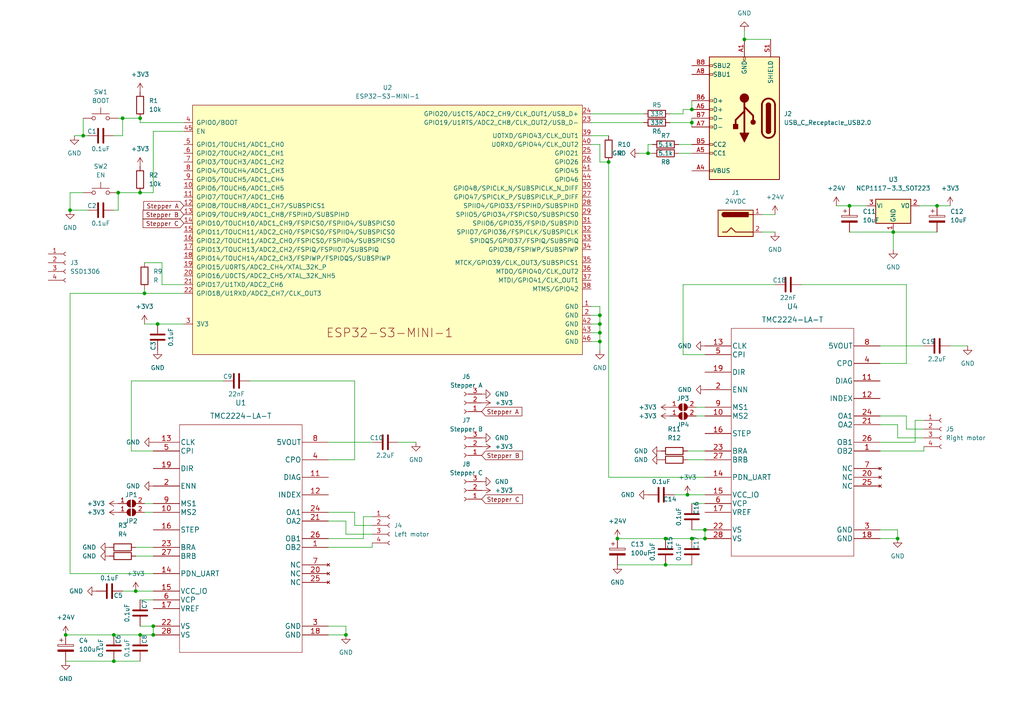
<source format=kicad_sch>
(kicad_sch (version 20211123) (generator eeschema)
  (paper "A4")
  (lib_symbols
    (symbol "2022-03-18_19-20-38:TMC2224-LA-T" (pin_names (offset 0.254))
      (property "Reference" "U" (at 25.4 10.16 0))
      (property "Value" "TMC2224-LA-T" (at 25.4 7.62 0))
      (symbol "TMC2224-LA-T_1_1"
        (polyline (pts (xy 7.62 -60.96) (xy 43.18 -60.96)) (stroke (width 0.127)))
        (polyline (pts (xy 7.62 5.08) (xy 7.62 -60.96)) (stroke (width 0.127)))
        (polyline (pts (xy 43.18 -60.96) (xy 43.18 5.08)) (stroke (width 0.127)))
        (polyline (pts (xy 43.18 5.08) (xy 7.62 5.08)) (stroke (width 0.127)))
        (pin output line (at 50.8 -30.48 180) (length 7.62) (name "OB2") (number "1"))
        (pin input line (at 0 -20.32 0) (length 7.62) (name "MS2") (number "10"))
        (pin output line (at 50.8 -10.16 180) (length 7.62) (name "DIAG") (number "11"))
        (pin output line (at 50.8 -15.24 180) (length 7.62) (name "INDEX") (number "12"))
        (pin input line (at 0 0 0) (length 7.62) (name "CLK") (number "13"))
        (pin bidirectional line (at 0 -38.1 0) (length 7.62) (name "PDN_UART") (number "14"))
        (pin power_in line (at 0 -43.18 0) (length 7.62) (name "VCC_IO") (number "15"))
        (pin input line (at 0 -25.4 0) (length 7.62) (name "STEP") (number "16"))
        (pin input line (at 0 -48.26 0) (length 7.62) (name "VREF") (number "17"))
        (pin power_in line (at 50.8 -55.88 180) (length 7.62) (name "GND") (number "18"))
        (pin input line (at 0 -7.62 0) (length 7.62) (name "DIR") (number "19"))
        (pin input line (at 0 -12.7 0) (length 7.62) (name "ENN") (number "2"))
        (pin no_connect line (at 50.8 -38.1 180) (length 7.62) (name "NC") (number "20"))
        (pin output line (at 50.8 -22.86 180) (length 7.62) (name "OA2") (number "21"))
        (pin power_in line (at 0 -53.34 0) (length 7.62) (name "VS") (number "22"))
        (pin unspecified line (at 0 -30.48 0) (length 7.62) (name "BRA") (number "23"))
        (pin output line (at 50.8 -20.32 180) (length 7.62) (name "OA1") (number "24"))
        (pin no_connect line (at 50.8 -40.64 180) (length 7.62) (name "NC") (number "25"))
        (pin output line (at 50.8 -27.94 180) (length 7.62) (name "OB1") (number "26"))
        (pin unspecified line (at 0 -33.02 0) (length 7.62) (name "BRB") (number "27"))
        (pin power_in line (at 0 -55.88 0) (length 7.62) (name "VS") (number "28"))
        (pin power_in line (at 50.8 -53.34 180) (length 7.62) (name "GND") (number "3"))
        (pin output line (at 50.8 -5.08 180) (length 7.62) (name "CPO") (number "4"))
        (pin input line (at 0 -2.54 0) (length 7.62) (name "CPI") (number "5"))
        (pin power_in line (at 0 -45.72 0) (length 7.62) (name "VCP") (number "6"))
        (pin no_connect line (at 50.8 -35.56 180) (length 7.62) (name "NC") (number "7"))
        (pin output line (at 50.8 0 180) (length 7.62) (name "5VOUT") (number "8"))
        (pin input line (at 0 -17.78 0) (length 7.62) (name "MS1") (number "9"))
      )
    )
    (symbol "Connector:Barrel_Jack" (pin_names (offset 1.016))
      (property "Reference" "J" (at 0 5.334 0))
      (property "Value" "Barrel_Jack" (at 0 -5.08 0))
      (symbol "Barrel_Jack_0_1"
        (rectangle (start -5.08 3.81) (end 5.08 -3.81) (stroke (width 0.254)) (fill (type background)))
        (arc (start -3.302 3.175) (mid -3.937 2.54) (end -3.302 1.905) (stroke (width 0.254)))
        (arc (start -3.302 3.175) (mid -3.937 2.54) (end -3.302 1.905) (stroke (width 0.254)) (fill (type outline)))
        (polyline (pts (xy 5.08 2.54) (xy 3.81 2.54)) (stroke (width 0.254)))
        (polyline (pts (xy -3.81 -2.54) (xy -2.54 -2.54) (xy -1.27 -1.27) (xy 0 -2.54) (xy 2.54 -2.54) (xy 5.08 -2.54)) (stroke (width 0.254)))
        (rectangle (start 3.683 3.175) (end -3.302 1.905) (stroke (width 0.254)) (fill (type outline)))
      )
      (symbol "Barrel_Jack_1_1"
        (pin passive line (at 7.62 2.54 180) (length 2.54) (name "~") (number "1"))
        (pin passive line (at 7.62 -2.54 180) (length 2.54) (name "~") (number "2"))
      )
    )
    (symbol "Connector:Conn_01x03_Female" (pin_names (offset 1.016) hide)
      (property "Reference" "J" (at 0 5.08 0))
      (property "Value" "Conn_01x03_Female" (at 0 -5.08 0))
      (symbol "Conn_01x03_Female_1_1"
        (arc (start 0 -2.032) (mid -0.508 -2.54) (end 0 -3.048) (stroke (width 0.1524)))
        (polyline (pts (xy -1.27 -2.54) (xy -0.508 -2.54)) (stroke (width 0.1524)))
        (polyline (pts (xy -1.27 0) (xy -0.508 0)) (stroke (width 0.1524)))
        (polyline (pts (xy -1.27 2.54) (xy -0.508 2.54)) (stroke (width 0.1524)))
        (arc (start 0 0.508) (mid -0.508 0) (end 0 -0.508) (stroke (width 0.1524)))
        (arc (start 0 3.048) (mid -0.508 2.54) (end 0 2.032) (stroke (width 0.1524)))
        (pin passive line (at -5.08 2.54 0) (length 3.81) (name "Pin_1") (number "1"))
        (pin passive line (at -5.08 0 0) (length 3.81) (name "Pin_2") (number "2"))
        (pin passive line (at -5.08 -2.54 0) (length 3.81) (name "Pin_3") (number "3"))
      )
    )
    (symbol "Connector:Conn_01x04_Female" (pin_names (offset 1.016) hide)
      (property "Reference" "J" (at 0 5.08 0))
      (property "Value" "Conn_01x04_Female" (at 0 -7.62 0))
      (symbol "Conn_01x04_Female_1_1"
        (arc (start 0 -4.572) (mid -0.508 -5.08) (end 0 -5.588) (stroke (width 0.1524)))
        (arc (start 0 -2.032) (mid -0.508 -2.54) (end 0 -3.048) (stroke (width 0.1524)))
        (polyline (pts (xy -1.27 -5.08) (xy -0.508 -5.08)) (stroke (width 0.1524)))
        (polyline (pts (xy -1.27 -2.54) (xy -0.508 -2.54)) (stroke (width 0.1524)))
        (polyline (pts (xy -1.27 0) (xy -0.508 0)) (stroke (width 0.1524)))
        (polyline (pts (xy -1.27 2.54) (xy -0.508 2.54)) (stroke (width 0.1524)))
        (arc (start 0 0.508) (mid -0.508 0) (end 0 -0.508) (stroke (width 0.1524)))
        (arc (start 0 3.048) (mid -0.508 2.54) (end 0 2.032) (stroke (width 0.1524)))
        (pin passive line (at -5.08 2.54 0) (length 3.81) (name "Pin_1") (number "1"))
        (pin passive line (at -5.08 0 0) (length 3.81) (name "Pin_2") (number "2"))
        (pin passive line (at -5.08 -2.54 0) (length 3.81) (name "Pin_3") (number "3"))
        (pin passive line (at -5.08 -5.08 0) (length 3.81) (name "Pin_4") (number "4"))
      )
    )
    (symbol "Connector:USB_C_Receptacle_USB2.0" (pin_names (offset 1.016))
      (property "Reference" "J" (at -10.16 19.05 0))
      (property "Value" "USB_C_Receptacle_USB2.0" (at 19.05 19.05 0))
      (symbol "USB_C_Receptacle_USB2.0_0_0"
        (rectangle (start -0.254 -17.78) (end 0.254 -16.764))
        (rectangle (start 10.16 -14.986) (end 9.144 -15.494))
        (rectangle (start 10.16 -12.446) (end 9.144 -12.954))
        (rectangle (start 10.16 -4.826) (end 9.144 -5.334))
        (rectangle (start 10.16 -2.286) (end 9.144 -2.794))
        (rectangle (start 10.16 0.254) (end 9.144 -0.254))
        (rectangle (start 10.16 2.794) (end 9.144 2.286))
        (rectangle (start 10.16 7.874) (end 9.144 7.366))
        (rectangle (start 10.16 10.414) (end 9.144 9.906))
        (rectangle (start 10.16 15.494) (end 9.144 14.986))
      )
      (symbol "USB_C_Receptacle_USB2.0_0_1"
        (rectangle (start -10.16 17.78) (end 10.16 -17.78) (stroke (width 0.254)) (fill (type background)))
        (arc (start -8.89 -3.81) (mid -6.985 -5.715) (end -5.08 -3.81) (stroke (width 0.508)))
        (arc (start -7.62 -3.81) (mid -6.985 -4.445) (end -6.35 -3.81) (stroke (width 0.254)))
        (arc (start -7.62 -3.81) (mid -6.985 -4.445) (end -6.35 -3.81) (stroke (width 0.254)) (fill (type outline)))
        (rectangle (start -7.62 -3.81) (end -6.35 3.81) (stroke (width 0.254)) (fill (type outline)))
        (arc (start -6.35 3.81) (mid -6.985 4.445) (end -7.62 3.81) (stroke (width 0.254)))
        (arc (start -6.35 3.81) (mid -6.985 4.445) (end -7.62 3.81) (stroke (width 0.254)) (fill (type outline)))
        (arc (start -5.08 3.81) (mid -6.985 5.715) (end -8.89 3.81) (stroke (width 0.508)))
        (circle (center -2.54 1.143) (radius 0.635) (stroke (width 0.254)) (fill (type outline)))
        (circle (center 0 -5.842) (radius 1.27) (fill (type outline)))
        (polyline (pts (xy -8.89 -3.81) (xy -8.89 3.81)) (stroke (width 0.508)))
        (polyline (pts (xy -5.08 3.81) (xy -5.08 -3.81)) (stroke (width 0.508)))
        (polyline (pts (xy 0 -5.842) (xy 0 4.318)) (stroke (width 0.508)))
        (polyline (pts (xy 0 -3.302) (xy -2.54 -0.762) (xy -2.54 0.508)) (stroke (width 0.508)))
        (polyline (pts (xy 0 -2.032) (xy 2.54 0.508) (xy 2.54 1.778)) (stroke (width 0.508)))
        (polyline (pts (xy -1.27 4.318) (xy 0 6.858) (xy 1.27 4.318) (xy -1.27 4.318)) (stroke (width 0.254)) (fill (type outline)))
        (rectangle (start 1.905 1.778) (end 3.175 3.048) (stroke (width 0.254)) (fill (type outline)))
      )
      (symbol "USB_C_Receptacle_USB2.0_1_1"
        (pin passive line (at 0 -22.86 90) (length 5.08) (name "GND") (number "A1"))
        (pin passive line (at 0 -22.86 90) (length 5.08) hide (name "GND") (number "A12"))
        (pin passive line (at 15.24 15.24 180) (length 5.08) (name "VBUS") (number "A4"))
        (pin bidirectional line (at 15.24 10.16 180) (length 5.08) (name "CC1") (number "A5"))
        (pin bidirectional line (at 15.24 -2.54 180) (length 5.08) (name "D+") (number "A6"))
        (pin bidirectional line (at 15.24 2.54 180) (length 5.08) (name "D-") (number "A7"))
        (pin bidirectional line (at 15.24 -12.7 180) (length 5.08) (name "SBU1") (number "A8"))
        (pin passive line (at 15.24 15.24 180) (length 5.08) hide (name "VBUS") (number "A9"))
        (pin passive line (at 0 -22.86 90) (length 5.08) hide (name "GND") (number "B1"))
        (pin passive line (at 0 -22.86 90) (length 5.08) hide (name "GND") (number "B12"))
        (pin passive line (at 15.24 15.24 180) (length 5.08) hide (name "VBUS") (number "B4"))
        (pin bidirectional line (at 15.24 7.62 180) (length 5.08) (name "CC2") (number "B5"))
        (pin bidirectional line (at 15.24 -5.08 180) (length 5.08) (name "D+") (number "B6"))
        (pin bidirectional line (at 15.24 0 180) (length 5.08) (name "D-") (number "B7"))
        (pin bidirectional line (at 15.24 -15.24 180) (length 5.08) (name "SBU2") (number "B8"))
        (pin passive line (at 15.24 15.24 180) (length 5.08) hide (name "VBUS") (number "B9"))
        (pin passive line (at -7.62 -22.86 90) (length 5.08) (name "SHIELD") (number "S1"))
      )
    )
    (symbol "Device:C" (pin_numbers hide) (pin_names (offset 0.254))
      (property "Reference" "C" (at 0.635 2.54 0))
      (property "Value" "C" (at 0.635 -2.54 0))
      (symbol "C_0_1"
        (polyline (pts (xy -2.032 -0.762) (xy 2.032 -0.762)) (stroke (width 0.508)))
        (polyline (pts (xy -2.032 0.762) (xy 2.032 0.762)) (stroke (width 0.508)))
      )
      (symbol "C_1_1"
        (pin passive line (at 0 3.81 270) (length 2.794) (name "~") (number "1"))
        (pin passive line (at 0 -3.81 90) (length 2.794) (name "~") (number "2"))
      )
    )
    (symbol "Device:C_Polarized" (pin_numbers hide) (pin_names (offset 0.254))
      (property "Reference" "C" (at 0.635 2.54 0))
      (property "Value" "C_Polarized" (at 0.635 -2.54 0))
      (symbol "C_Polarized_0_1"
        (rectangle (start -2.286 0.508) (end 2.286 1.016))
        (polyline (pts (xy -1.778 2.286) (xy -0.762 2.286)))
        (polyline (pts (xy -1.27 2.794) (xy -1.27 1.778)))
        (rectangle (start 2.286 -0.508) (end -2.286 -1.016) (fill (type outline)))
      )
      (symbol "C_Polarized_1_1"
        (pin passive line (at 0 3.81 270) (length 2.794) (name "~") (number "1"))
        (pin passive line (at 0 -3.81 90) (length 2.794) (name "~") (number "2"))
      )
    )
    (symbol "Device:R" (pin_numbers hide) (pin_names (offset 0))
      (property "Reference" "R" (at 2.032 0 90))
      (property "Value" "R" (at 0 0 90))
      (symbol "R_0_1"
        (rectangle (start -1.016 -2.54) (end 1.016 2.54) (stroke (width 0.254)))
      )
      (symbol "R_1_1"
        (pin passive line (at 0 3.81 270) (length 1.27) (name "~") (number "1"))
        (pin passive line (at 0 -3.81 90) (length 1.27) (name "~") (number "2"))
      )
    )
    (symbol "Espressif:ESP32-S3-MINI-1" (pin_names (offset 1.016))
      (property "Reference" "U" (at 0 35.56 0))
      (property "Value" "ESP32-S3-MINI-1" (at 0 -39.37 0))
      (symbol "ESP32-S3-MINI-1_0_0"
        (rectangle (start -57.15 34.29) (end 55.88 -38.1) (fill (type background)))
        (text "ESP32-S3-MINI-1" (at 0 -31.75 0) (effects (font (size 2.54 2.54))))
        (pin power_in line (at 58.42 -24.13 180) (length 2.54) (name "GND") (number "1"))
        (pin bidirectional line (at -59.69 10.16 0) (length 2.54) (name "GPIO6/TOUCH6/ADC1_CH5") (number "10"))
        (pin bidirectional line (at -59.69 7.62 0) (length 2.54) (name "GPIO7/TOUCH7/ADC1_CH6") (number "11"))
        (pin bidirectional line (at -59.69 5.08 0) (length 2.54) (name "GPIO8/TOUCH8/ADC1_CH7/SUBSPICS1") (number "12"))
        (pin bidirectional line (at -59.69 2.54 0) (length 2.54) (name "GPIO9/TOUCH9/ADC1_CH8/FSPIHD/SUBSPIHD") (number "13"))
        (pin bidirectional line (at -59.69 0 0) (length 2.54) (name "GPIO10/TOUCH10/ADC1_CH9/FSPICS0/FSPIIO4/SUBSPICS0") (number "14"))
        (pin bidirectional line (at -59.69 -2.54 0) (length 2.54) (name "GPIO11/TOUCH11/ADC2_CH0/FSPICS0/FSPIIO4/SUBSPICS0") (number "15"))
        (pin bidirectional line (at -59.69 -5.08 0) (length 2.54) (name "GPIO12/TOUCH11/ADC2_CH0/FSPICS0/FSPIIO4/SUBSPICS0") (number "16"))
        (pin bidirectional line (at -59.69 -7.62 0) (length 2.54) (name "GPIO13/TOUCH13/ADC2_CH2/FSPIQ/FSPIIO7/SUBSPIQ") (number "17"))
        (pin bidirectional line (at -59.69 -10.16 0) (length 2.54) (name "GPIO14/TOUCH14/ADC2_CH3/FSPIWP/FSPIDQS/SUBSPIWP") (number "18"))
        (pin bidirectional line (at -59.69 -12.7 0) (length 2.54) (name "GPIO15/U0RTS/ADC2_CH4/XTAL_32K_P") (number "19"))
        (pin power_in line (at 58.42 -26.67 180) (length 2.54) (name "GND") (number "2"))
        (pin bidirectional line (at -59.69 -15.24 0) (length 2.54) (name "GPIO16/U0CTS/ADC2_CH5/XTAL_32K_NH5") (number "20"))
        (pin bidirectional line (at -59.69 -17.78 0) (length 2.54) (name "GPIO17/U1TXD/ADC2_CH6") (number "21"))
        (pin bidirectional line (at -59.69 -20.32 0) (length 2.54) (name "GPIO18/U1RXD/ADC2_CH7/CLK_OUT3") (number "22"))
        (pin bidirectional line (at 58.42 29.21 180) (length 2.54) (name "GPIO19/U1RTS/ADC2_CH8/CLK_OUT2/USB_D-") (number "23"))
        (pin bidirectional line (at 58.42 31.75 180) (length 2.54) (name "GPIO20/U1CTS/ADC2_CH9/CLK_OUT1/USB_D+") (number "24"))
        (pin bidirectional line (at 58.42 20.32 180) (length 2.54) (name "GPIO21") (number "25"))
        (pin bidirectional line (at 58.42 17.78 180) (length 2.54) (name "GPIO26") (number "26"))
        (pin bidirectional line (at 58.42 7.62 180) (length 2.54) (name "GPIO47/SPICLK_P/SUBSPICLK_P_DIFF") (number "27"))
        (pin bidirectional line (at 58.42 5.08 180) (length 2.54) (name "SPIIO4/GPIO33/FSPIHD/SUBSPIHD") (number "28"))
        (pin bidirectional line (at 58.42 2.54 180) (length 2.54) (name "SPIIO5/GPIO34/FSPICS0/SUBSPICS0") (number "29"))
        (pin power_in line (at -59.69 -29.21 0) (length 2.54) (name "3V3") (number "3"))
        (pin bidirectional line (at 58.42 10.16 180) (length 2.54) (name "GPIO48/SPICLK_N/SUBSPICLK_N_DIFF") (number "30"))
        (pin bidirectional line (at 58.42 0 180) (length 2.54) (name "SPIIO6/GPIO35/FSPID/SUBSPID") (number "31"))
        (pin bidirectional line (at 58.42 -2.54 180) (length 2.54) (name "SPIIO7/GPIO36/FSPICLK/SUBSPICLK") (number "32"))
        (pin bidirectional line (at 58.42 -5.08 180) (length 2.54) (name "SPIDQS/GPIO37/FSPIQ/SUBSPIQ") (number "33"))
        (pin bidirectional line (at 58.42 -7.62 180) (length 2.54) (name "GPIO38/FSPIWP/SUBSPIWP") (number "34"))
        (pin bidirectional line (at 58.42 -11.43 180) (length 2.54) (name "MTCK/GPIO39/CLK_OUT3/SUBSPICS1") (number "35"))
        (pin bidirectional line (at 58.42 -13.97 180) (length 2.54) (name "MTDO/GPIO40/CLK_OUT2") (number "36"))
        (pin bidirectional line (at 58.42 -16.51 180) (length 2.54) (name "MTDI/GPIO41/CLK_OUT1") (number "37"))
        (pin bidirectional line (at 58.42 -19.05 180) (length 2.54) (name "MTMS/GPIO42") (number "38"))
        (pin bidirectional line (at 58.42 25.4 180) (length 2.54) (name "U0TXD/GPIO43/CLK_OUT1") (number "39"))
        (pin bidirectional line (at -59.69 29.21 0) (length 2.54) (name "GPIO0/BOOT") (number "4"))
        (pin bidirectional line (at 58.42 22.86 180) (length 2.54) (name "U0RXD/GPIO44/CLK_OUT2") (number "40"))
        (pin bidirectional line (at 58.42 15.24 180) (length 2.54) (name "GPIO45") (number "41"))
        (pin power_in line (at 58.42 -29.21 180) (length 2.54) (name "GND") (number "42"))
        (pin power_in line (at 58.42 -31.75 180) (length 2.54) (name "GND") (number "43"))
        (pin bidirectional line (at 58.42 12.7 180) (length 2.54) (name "GPIO46") (number "44"))
        (pin input line (at -59.69 26.67 0) (length 2.54) (name "EN") (number "45"))
        (pin power_in line (at 58.42 -34.29 180) (length 2.54) (name "GND") (number "46"))
        (pin bidirectional line (at -59.69 22.86 0) (length 2.54) (name "GPIO1/TOUCH1/ADC1_CH0") (number "5"))
        (pin bidirectional line (at -59.69 20.32 0) (length 2.54) (name "GPIO2/TOUCH2/ADC1_CH1") (number "6"))
        (pin bidirectional line (at -59.69 17.78 0) (length 2.54) (name "GPIO3/TOUCH3/ADC1_CH2") (number "7"))
        (pin bidirectional line (at -59.69 15.24 0) (length 2.54) (name "GPIO4/TOUCH4/ADC1_CH3") (number "8"))
        (pin bidirectional line (at -59.69 12.7 0) (length 2.54) (name "GPIO5/TOUCH5/ADC1_CH4") (number "9"))
      )
    )
    (symbol "Jumper:SolderJumper_2_Open" (pin_names (offset 0) hide)
      (property "Reference" "JP" (at 0 2.032 0))
      (property "Value" "SolderJumper_2_Open" (at 0 -2.54 0))
      (symbol "SolderJumper_2_Open_0_1"
        (arc (start -0.254 1.016) (mid -1.27 0) (end -0.254 -1.016))
        (arc (start -0.254 1.016) (mid -1.27 0) (end -0.254 -1.016) (fill (type outline)))
        (polyline (pts (xy -0.254 1.016) (xy -0.254 -1.016)))
        (polyline (pts (xy 0.254 1.016) (xy 0.254 -1.016)))
        (arc (start 0.254 -1.016) (mid 1.27 0) (end 0.254 1.016))
        (arc (start 0.254 -1.016) (mid 1.27 0) (end 0.254 1.016) (fill (type outline)))
      )
      (symbol "SolderJumper_2_Open_1_1"
        (pin passive line (at -3.81 0 0) (length 2.54) (name "A") (number "1"))
        (pin passive line (at 3.81 0 180) (length 2.54) (name "B") (number "2"))
      )
    )
    (symbol "Regulator_Linear:NCP1117-3.3_SOT223" (pin_names (offset 0.254))
      (property "Reference" "U" (at -3.81 3.175 0))
      (property "Value" "NCP1117-3.3_SOT223" (at 0 3.175 0))
      (symbol "NCP1117-3.3_SOT223_0_1"
        (rectangle (start -5.08 -5.08) (end 5.08 1.905) (stroke (width 0.254)) (fill (type background)))
      )
      (symbol "NCP1117-3.3_SOT223_1_1"
        (pin power_in line (at 0 -7.62 90) (length 2.54) (name "GND") (number "1"))
        (pin power_out line (at 7.62 0 180) (length 2.54) (name "VO") (number "2"))
        (pin power_in line (at -7.62 0 0) (length 2.54) (name "VI") (number "3"))
      )
    )
    (symbol "Switch:SW_Push" (pin_numbers hide) (pin_names (offset 1.016) hide)
      (property "Reference" "SW" (at 1.27 2.54 0))
      (property "Value" "SW_Push" (at 0 -1.524 0))
      (symbol "SW_Push_0_1"
        (circle (center -2.032 0) (radius 0.508))
        (polyline (pts (xy 0 1.27) (xy 0 3.048)))
        (polyline (pts (xy 2.54 1.27) (xy -2.54 1.27)))
        (circle (center 2.032 0) (radius 0.508))
        (pin passive line (at -5.08 0 0) (length 2.54) (name "1") (number "1"))
        (pin passive line (at 5.08 0 180) (length 2.54) (name "2") (number "2"))
      )
    )
    (symbol "power:+24V" (power) (pin_names (offset 0))
      (property "Value" "+24V" (at 0 3.556 0))
      (symbol "+24V_0_1"
        (polyline (pts (xy -0.762 1.27) (xy 0 2.54)))
        (polyline (pts (xy 0 0) (xy 0 2.54)))
        (polyline (pts (xy 0 2.54) (xy 0.762 1.27)))
      )
      (symbol "+24V_1_1"
        (pin power_in line (at 0 0 90) (length 0) hide (name "+24V") (number "1"))
      )
    )
    (symbol "power:+3V3" (power) (pin_names (offset 0))
      (property "Value" "+3V3" (at 0 3.556 0))
      (symbol "+3V3_0_1"
        (polyline (pts (xy -0.762 1.27) (xy 0 2.54)))
        (polyline (pts (xy 0 0) (xy 0 2.54)))
        (polyline (pts (xy 0 2.54) (xy 0.762 1.27)))
      )
      (symbol "+3V3_1_1"
        (pin power_in line (at 0 0 90) (length 0) hide (name "+3V3") (number "1"))
      )
    )
    (symbol "power:GND" (power) (pin_names (offset 0))
      (property "Value" "GND" (at 0 -3.81 0))
      (symbol "GND_0_1"
        (polyline (pts (xy 0 0) (xy 0 -1.27) (xy 1.27 -1.27) (xy 0 -2.54) (xy -1.27 -1.27) (xy 0 -1.27)))
      )
      (symbol "GND_1_1"
        (pin power_in line (at 0 0 270) (length 0) hide (name "GND") (number "1"))
      )
    )
  )
  (junction (at 33.02 184.15))
  (junction (at 176.53 46.99))
  (junction (at 200.66 35.56))
  (junction (at 41.91 85.09))
  (junction (at 179.07 156.21))
  (junction (at 173.99 93.98))
  (junction (at 39.37 171.45))
  (junction (at 260.35 156.21))
  (junction (at 193.04 163.83))
  (junction (at 204.47 156.21))
  (junction (at 44.45 184.15))
  (junction (at 19.05 184.15))
  (junction (at 199.39 143.51))
  (junction (at 40.64 184.15))
  (junction (at 173.99 99.06))
  (junction (at 271.78 59.69))
  (junction (at 173.99 96.52))
  (junction (at 40.64 34.29))
  (junction (at 200.66 156.21))
  (junction (at 45.72 93.98))
  (junction (at 20.32 60.96))
  (junction (at 204.47 153.67))
  (junction (at 193.04 156.21))
  (junction (at 35.56 34.29))
  (junction (at 44.45 181.61))
  (junction (at 200.66 31.75))
  (junction (at 24.13 39.37))
  (junction (at 215.9 11.43))
  (junction (at 187.96 44.45))
  (junction (at 100.33 184.15))
  (junction (at 173.99 91.44))
  (junction (at 259.08 67.31))
  (junction (at 33.02 191.77))
  (junction (at 40.64 55.88))
  (junction (at 246.38 59.69))
  (junction (at 34.29 55.88))
  (wire (pts (xy 198.12 82.55) (xy 198.12 102.87)))
  (wire (pts (xy 262.89 124.46) (xy 267.97 124.46)))
  (wire (pts (xy 41.91 85.09) (xy 41.91 83.82)))
  (wire (pts (xy 33.02 39.37) (xy 35.56 39.37)))
  (wire (pts (xy 255.27 156.21) (xy 260.35 156.21)))
  (wire (pts (xy 255.27 153.67) (xy 260.35 153.67)))
  (wire (pts (xy 41.91 146.05) (xy 44.45 146.05)))
  (wire (pts (xy 200.66 35.56) (xy 200.66 36.83)))
  (wire (pts (xy 265.43 121.92) (xy 265.43 128.27)))
  (wire (pts (xy 173.99 41.91) (xy 171.45 41.91)))
  (wire (pts (xy 24.13 39.37) (xy 25.4 39.37)))
  (wire (pts (xy 33.02 191.77) (xy 40.64 191.77)))
  (wire (pts (xy 196.85 41.91) (xy 200.66 41.91)))
  (wire (pts (xy 40.64 55.88) (xy 44.45 55.88)))
  (wire (pts (xy 171.45 39.37) (xy 176.53 39.37)))
  (wire (pts (xy 200.66 31.75) (xy 198.12 31.75)))
  (wire (pts (xy 196.85 44.45) (xy 200.66 44.45)))
  (wire (pts (xy 19.05 191.77) (xy 33.02 191.77)))
  (wire (pts (xy 34.29 55.88) (xy 34.29 60.96)))
  (wire (pts (xy 275.59 100.33) (xy 280.67 100.33)))
  (wire (pts (xy 179.07 156.21) (xy 193.04 156.21)))
  (wire (pts (xy 20.32 85.09) (xy 20.32 166.37)))
  (wire (pts (xy 41.91 85.09) (xy 20.32 85.09)))
  (wire (pts (xy 255.27 100.33) (xy 267.97 100.33)))
  (wire (pts (xy 38.1 110.49) (xy 38.1 130.81)))
  (wire (pts (xy 171.45 96.52) (xy 173.99 96.52)))
  (wire (pts (xy 176.53 46.99) (xy 173.99 46.99)))
  (wire (pts (xy 20.32 55.88) (xy 20.32 60.96)))
  (wire (pts (xy 262.89 82.55) (xy 262.89 105.41)))
  (wire (pts (xy 35.56 171.45) (xy 39.37 171.45)))
  (wire (pts (xy 40.64 181.61) (xy 44.45 181.61)))
  (wire (pts (xy 200.66 156.21) (xy 204.47 156.21)))
  (wire (pts (xy 34.29 34.29) (xy 35.56 34.29)))
  (wire (pts (xy 173.99 96.52) (xy 173.99 99.06)))
  (wire (pts (xy 107.95 158.75) (xy 107.95 157.48)))
  (wire (pts (xy 267.97 130.81) (xy 267.97 129.54)))
  (wire (pts (xy 200.66 146.05) (xy 204.47 146.05)))
  (wire (pts (xy 44.45 38.1) (xy 53.34 38.1)))
  (wire (pts (xy 200.66 153.67) (xy 204.47 153.67)))
  (wire (pts (xy 64.77 110.49) (xy 38.1 110.49)))
  (wire (pts (xy 200.66 29.21) (xy 200.66 31.75)))
  (wire (pts (xy 35.56 34.29) (xy 35.56 39.37)))
  (wire (pts (xy 46.99 76.2) (xy 46.99 82.55)))
  (wire (pts (xy 35.56 34.29) (xy 40.64 34.29)))
  (wire (pts (xy 72.39 110.49) (xy 102.87 110.49)))
  (wire (pts (xy 187.96 44.45) (xy 189.23 44.45)))
  (wire (pts (xy 199.39 130.81) (xy 204.47 130.81)))
  (wire (pts (xy 95.25 184.15) (xy 100.33 184.15)))
  (wire (pts (xy 171.45 35.56) (xy 186.69 35.56)))
  (wire (pts (xy 255.27 130.81) (xy 267.97 130.81)))
  (wire (pts (xy 173.99 88.9) (xy 173.99 91.44)))
  (wire (pts (xy 195.58 143.51) (xy 199.39 143.51)))
  (wire (pts (xy 171.45 93.98) (xy 173.99 93.98)))
  (wire (pts (xy 39.37 158.75) (xy 44.45 158.75)))
  (wire (pts (xy 187.96 41.91) (xy 187.96 44.45)))
  (wire (pts (xy 39.37 161.29) (xy 44.45 161.29)))
  (wire (pts (xy 107.95 149.86) (xy 105.41 149.86)))
  (wire (pts (xy 201.93 120.65) (xy 204.47 120.65)))
  (wire (pts (xy 242.57 59.69) (xy 246.38 59.69)))
  (wire (pts (xy 20.32 60.96) (xy 25.4 60.96)))
  (wire (pts (xy 41.91 76.2) (xy 46.99 76.2)))
  (wire (pts (xy 201.93 118.11) (xy 204.47 118.11)))
  (wire (pts (xy 95.25 158.75) (xy 107.95 158.75)))
  (wire (pts (xy 193.04 156.21) (xy 200.66 156.21)))
  (wire (pts (xy 33.02 60.96) (xy 34.29 60.96)))
  (wire (pts (xy 21.59 39.37) (xy 24.13 39.37)))
  (wire (pts (xy 171.45 33.02) (xy 186.69 33.02)))
  (wire (pts (xy 194.31 35.56) (xy 200.66 35.56)))
  (wire (pts (xy 199.39 133.35) (xy 204.47 133.35)))
  (wire (pts (xy 179.07 163.83) (xy 193.04 163.83)))
  (wire (pts (xy 53.34 82.55) (xy 46.99 82.55)))
  (wire (pts (xy 105.41 149.86) (xy 105.41 156.21)))
  (wire (pts (xy 246.38 67.31) (xy 259.08 67.31)))
  (wire (pts (xy 24.13 55.88) (xy 20.32 55.88)))
  (wire (pts (xy 193.04 163.83) (xy 200.66 163.83)))
  (wire (pts (xy 215.9 8.89) (xy 215.9 11.43)))
  (wire (pts (xy 204.47 156.21) (xy 204.47 153.67)))
  (wire (pts (xy 100.33 151.13) (xy 100.33 154.94)))
  (wire (pts (xy 200.66 34.29) (xy 200.66 35.56)))
  (wire (pts (xy 267.97 121.92) (xy 265.43 121.92)))
  (wire (pts (xy 102.87 148.59) (xy 102.87 152.4)))
  (wire (pts (xy 255.27 128.27) (xy 265.43 128.27)))
  (wire (pts (xy 224.79 82.55) (xy 198.12 82.55)))
  (wire (pts (xy 259.08 67.31) (xy 259.08 72.39)))
  (wire (pts (xy 102.87 152.4) (xy 107.95 152.4)))
  (wire (pts (xy 262.89 120.65) (xy 262.89 124.46)))
  (wire (pts (xy 173.99 91.44) (xy 173.99 93.98)))
  (wire (pts (xy 40.64 184.15) (xy 44.45 184.15)))
  (wire (pts (xy 33.02 184.15) (xy 40.64 184.15)))
  (wire (pts (xy 171.45 99.06) (xy 173.99 99.06)))
  (wire (pts (xy 95.25 156.21) (xy 105.41 156.21)))
  (wire (pts (xy 38.1 130.81) (xy 44.45 130.81)))
  (wire (pts (xy 173.99 46.99) (xy 173.99 41.91)))
  (wire (pts (xy 40.64 35.56) (xy 40.64 34.29)))
  (wire (pts (xy 176.53 46.99) (xy 176.53 138.43)))
  (wire (pts (xy 271.78 59.69) (xy 275.59 59.69)))
  (wire (pts (xy 102.87 133.35) (xy 95.25 133.35)))
  (wire (pts (xy 100.33 181.61) (xy 100.33 184.15)))
  (wire (pts (xy 115.57 128.27) (xy 120.65 128.27)))
  (wire (pts (xy 19.05 184.15) (xy 33.02 184.15)))
  (wire (pts (xy 20.32 166.37) (xy 44.45 166.37)))
  (wire (pts (xy 266.7 59.69) (xy 271.78 59.69)))
  (wire (pts (xy 44.45 184.15) (xy 44.45 181.61)))
  (wire (pts (xy 171.45 88.9) (xy 173.99 88.9)))
  (wire (pts (xy 262.89 105.41) (xy 255.27 105.41)))
  (wire (pts (xy 246.38 59.69) (xy 251.46 59.69)))
  (wire (pts (xy 34.29 55.88) (xy 40.64 55.88)))
  (wire (pts (xy 185.42 44.45) (xy 187.96 44.45)))
  (wire (pts (xy 260.35 127) (xy 267.97 127)))
  (wire (pts (xy 53.34 85.09) (xy 41.91 85.09)))
  (wire (pts (xy 189.23 41.91) (xy 187.96 41.91)))
  (wire (pts (xy 260.35 153.67) (xy 260.35 156.21)))
  (wire (pts (xy 41.91 148.59) (xy 44.45 148.59)))
  (wire (pts (xy 198.12 33.02) (xy 194.31 33.02)))
  (wire (pts (xy 255.27 120.65) (xy 262.89 120.65)))
  (wire (pts (xy 260.35 123.19) (xy 260.35 127)))
  (wire (pts (xy 95.25 151.13) (xy 100.33 151.13)))
  (wire (pts (xy 40.64 173.99) (xy 44.45 173.99)))
  (wire (pts (xy 176.53 138.43) (xy 204.47 138.43)))
  (wire (pts (xy 41.91 93.98) (xy 45.72 93.98)))
  (wire (pts (xy 171.45 91.44) (xy 173.99 91.44)))
  (wire (pts (xy 39.37 171.45) (xy 44.45 171.45)))
  (wire (pts (xy 53.34 35.56) (xy 40.64 35.56)))
  (wire (pts (xy 173.99 99.06) (xy 173.99 101.6)))
  (wire (pts (xy 232.41 82.55) (xy 262.89 82.55)))
  (wire (pts (xy 220.98 62.23) (xy 224.79 62.23)))
  (wire (pts (xy 255.27 123.19) (xy 260.35 123.19)))
  (wire (pts (xy 45.72 93.98) (xy 53.34 93.98)))
  (wire (pts (xy 220.98 67.31) (xy 224.79 67.31)))
  (wire (pts (xy 215.9 11.43) (xy 223.52 11.43)))
  (wire (pts (xy 199.39 143.51) (xy 204.47 143.51)))
  (wire (pts (xy 198.12 102.87) (xy 204.47 102.87)))
  (wire (pts (xy 198.12 31.75) (xy 198.12 33.02)))
  (wire (pts (xy 44.45 55.88) (xy 44.45 38.1)))
  (wire (pts (xy 173.99 93.98) (xy 173.99 96.52)))
  (wire (pts (xy 95.25 128.27) (xy 107.95 128.27)))
  (wire (pts (xy 95.25 148.59) (xy 102.87 148.59)))
  (wire (pts (xy 100.33 154.94) (xy 107.95 154.94)))
  (wire (pts (xy 259.08 67.31) (xy 271.78 67.31)))
  (wire (pts (xy 24.13 34.29) (xy 24.13 39.37)))
  (wire (pts (xy 102.87 110.49) (xy 102.87 133.35)))
  (wire (pts (xy 95.25 181.61) (xy 100.33 181.61)))
  (global_label "Stepper B" (shape input) (at 53.34 62.23 180) (property "Intersheet References" "${INTERSHEET_REFS}" (effects hide)))
  (global_label "Stepper A" (shape input) (at 53.34 59.69 180) (property "Intersheet References" "${INTERSHEET_REFS}" (effects hide)))
  (global_label "Stepper C" (shape input) (at 139.7 144.78 0) (property "Intersheet References" "${INTERSHEET_REFS}" (effects hide)))
  (global_label "Stepper B" (shape input) (at 139.7 132.08 0) (property "Intersheet References" "${INTERSHEET_REFS}" (effects hide)))
  (global_label "Stepper A" (shape input) (at 139.7 119.38 0) (property "Intersheet References" "${INTERSHEET_REFS}" (effects hide)))
  (global_label "Stepper C" (shape input) (at 53.34 64.77 180) (property "Intersheet References" "${INTERSHEET_REFS}" (effects hide)))
  (symbol (lib_id "power:GND") (at 27.94 171.45 270) (unit 1)
    (property "Reference" "#PWR0112" (effects hide))
    (property "Value" "GND" (at 24.13 171.4499 90) (effects (justify right)))
  )
  (symbol (lib_id "power:GND") (at 280.67 100.33 0) (unit 1)
    (property "Reference" "#PWR0129" (effects hide))
    (property "Value" "GND" (at 280.67 105.41 0))
  )
  (symbol (lib_id "Connector:Conn_01x03_Female") (at 134.62 116.84 180) (unit 1)
    (property "Reference" "J6" (at 135.255 109.22 0))
    (property "Value" "Stepper A" (at 135.255 111.76 0))
    (property "Footprint" "Connector_PinHeader_2.54mm:PinHeader_1x03_P2.54mm_Horizontal" (effects hide))
  )
  (symbol (lib_id "Regulator_Linear:NCP1117-3.3_SOT223") (at 259.08 59.69 0) (unit 1)
    (property "Reference" "U3" (at 259.08 52.07 0))
    (property "Value" "NCP1117-3.3_SOT223" (at 259.08 54.61 0))
    (property "Footprint" "Package_TO_SOT_SMD:TO-252-2" (effects hide))
    (property "Datasheet" "http://www.onsemi.com/pub_link/Collateral/NCP1117-D.PDF" (effects hide))
  )
  (symbol (lib_id "Device:C") (at 33.02 187.96 0) (unit 1)
    (property "Reference" "C6" (at 34.29 185.42 90))
    (property "Value" "0.1uF" (at 29.21 187.96 90))
    (property "Footprint" "Capacitor_SMD:C_0603_1608Metric" (effects hide))
  )
  (symbol (lib_id "Switch:SW_Push") (at 29.21 34.29 0) (unit 1)
    (property "Reference" "SW1" (at 29.21 26.67 0))
    (property "Value" "BOOT" (at 29.21 29.21 0))
    (property "Footprint" "Button_Switch_SMD:SW_SPST_Panasonic_EVQPL_3PL_5PL_PT_A08" (effects hide))
  )
  (symbol (lib_id "Espressif:ESP32-S3-MINI-1") (at 113.03 64.77 0) (unit 1)
    (property "Reference" "U2" (at 112.395 25.4 0))
    (property "Value" "ESP32-S3-MINI-1" (at 112.395 27.94 0))
    (property "Footprint" "Espressif:ESP32-S3-MINI-1" (effects hide))
  )
  (symbol (lib_id "Connector:Conn_01x04_Female") (at 113.03 152.4 0) (unit 1)
    (property "Reference" "J4" (at 114.3 152.3999 0) (effects (justify left)))
    (property "Value" "Left motor" (at 114.3 154.9399 0) (effects (justify left)))
    (property "Footprint" "Connector_PinHeader_2.54mm:PinHeader_1x04_P2.54mm_Horizontal" (effects hide))
  )
  (symbol (lib_id "power:+3V3") (at 194.31 118.11 90) (unit 1)
    (property "Reference" "#PWR0128" (effects hide))
    (property "Value" "+3V3" (at 190.5 118.1099 90) (effects (justify left)))
  )
  (symbol (lib_id "power:GND") (at 139.7 139.7 90) (unit 1)
    (property "Reference" "#PWR0140" (effects hide))
    (property "Value" "GND" (at 143.51 139.6999 90) (effects (justify right)))
  )
  (symbol (lib_id "power:+3V3") (at 40.64 48.26 0) (unit 1)
    (property "Reference" "#PWR0109" (effects hide))
    (property "Value" "+3V3" (at 40.64 43.18 0))
  )
  (symbol (lib_id "Jumper:SolderJumper_2_Open") (at 38.1 146.05 0) (unit 1)
    (property "Reference" "JP1" (at 38.1 143.51 0))
    (property "Value" "SolderJumper_2_Open" (effects hide))
    (property "Footprint" "Jumper:SolderJumper-2_P1.3mm_Open_RoundedPad1.0x1.5mm" (effects hide))
  )
  (symbol (lib_id "power:+3V3") (at 139.7 142.24 270) (unit 1)
    (property "Reference" "#PWR0142" (effects hide))
    (property "Value" "+3V3" (at 143.51 142.2399 90) (effects (justify left)))
  )
  (symbol (lib_id "Device:C") (at 29.21 39.37 90) (unit 1)
    (property "Reference" "C1" (at 26.67 38.1 90))
    (property "Value" "0.1uF" (at 29.21 43.18 90))
    (property "Footprint" "Capacitor_SMD:C_0603_1608Metric" (effects hide))
  )
  (symbol (lib_id "Device:R") (at 35.56 158.75 90) (unit 1)
    (property "Reference" "R3" (at 35.56 152.4 90))
    (property "Value" "R" (effects hide))
    (property "Footprint" "Resistor_SMD:R_1206_3216Metric" (effects hide))
  )
  (symbol (lib_id "power:GND") (at 44.45 128.27 270) (unit 1)
    (property "Reference" "#PWR0125" (effects hide))
    (property "Value" "GND" (at 40.64 128.2699 90) (effects (justify right)))
  )
  (symbol (lib_id "power:GND") (at 31.75 158.75 270) (unit 1)
    (property "Reference" "#PWR0121" (effects hide))
    (property "Value" "GND" (at 27.94 158.7499 90) (effects (justify right)))
  )
  (symbol (lib_id "Device:C_Polarized") (at 246.38 63.5 0) (unit 1)
    (property "Reference" "C11" (at 250.19 61.3409 0) (effects (justify left)))
    (property "Value" "10uF" (at 250.19 63.8809 0) (effects (justify left)))
    (property "Footprint" "Capacitor_SMD:CP_Elec_10x10.5" (effects hide))
  )
  (symbol (lib_id "Device:C") (at 68.58 110.49 90) (unit 1)
    (property "Reference" "C9" (at 66.04 109.22 90))
    (property "Value" "22nF" (at 68.58 114.3 90))
    (property "Footprint" "Capacitor_SMD:C_0603_1608Metric" (effects hide))
  )
  (symbol (lib_id "Device:C_Polarized") (at 179.07 160.02 0) (unit 1)
    (property "Reference" "C13" (at 182.88 157.8609 0) (effects (justify left)))
    (property "Value" "100uF" (at 182.88 160.4009 0) (effects (justify left)))
    (property "Footprint" "Capacitor_SMD:CP_Elec_10x10.5" (effects hide))
  )
  (symbol (lib_id "power:GND") (at 204.47 100.33 270) (unit 1)
    (property "Reference" "#PWR0105" (effects hide))
    (property "Value" "GND" (at 200.66 100.3299 90) (effects (justify right)))
  )
  (symbol (lib_id "2022-03-18_19-20-38:TMC2224-LA-T") (at 44.45 128.27 0) (unit 1)
    (property "Reference" "U1" (at 69.85 116.84 0) (effects (font (size 1.524 1.524))))
    (property "Value" "TMC2224-LA-T" (at 69.85 120.65 0) (effects (font (size 1.524 1.524))))
    (property "Footprint" "Package_DFN_QFN:QFN-28-1EP_5x5mm_P0.5mm_EP3.35x3.35mm_ThermalVias" (effects hide))
  )
  (symbol (lib_id "Device:C") (at 193.04 160.02 0) (unit 1)
    (property "Reference" "C15" (at 194.31 157.48 90))
    (property "Value" "0.1uF" (at 189.23 160.02 90))
    (property "Footprint" "Capacitor_SMD:C_0603_1608Metric" (effects hide))
  )
  (symbol (lib_id "power:GND") (at 185.42 44.45 270) (unit 1)
    (property "Reference" "#PWR0106" (effects hide))
    (property "Value" "GND" (at 181.61 44.4499 90) (effects (justify right)))
  )
  (symbol (lib_id "Device:C_Polarized") (at 19.05 187.96 0) (unit 1)
    (property "Reference" "C4" (at 22.86 185.8009 0) (effects (justify left)))
    (property "Value" "100uF" (at 22.86 188.3409 0) (effects (justify left)))
    (property "Footprint" "Capacitor_SMD:CP_Elec_10x10.5" (effects hide))
  )
  (symbol (lib_id "power:GND") (at 204.47 113.03 270) (unit 1)
    (property "Reference" "#PWR0130" (effects hide))
    (property "Value" "GND" (at 200.66 113.0299 90) (effects (justify right)))
  )
  (symbol (lib_id "Device:C") (at 191.77 143.51 270) (unit 1)
    (property "Reference" "C14" (at 194.31 144.78 90))
    (property "Value" "0.1uF" (at 191.77 139.7 90))
    (property "Footprint" "Capacitor_SMD:C_0603_1608Metric" (effects hide))
  )
  (symbol (lib_id "Device:C") (at 271.78 100.33 90) (unit 1)
    (property "Reference" "C19" (at 269.24 99.06 90))
    (property "Value" "2.2uF" (at 271.78 104.14 90))
    (property "Footprint" "Capacitor_SMD:C_0603_1608Metric" (effects hide))
  )
  (symbol (lib_id "Jumper:SolderJumper_2_Open") (at 198.12 120.65 0) (unit 1)
    (property "Reference" "JP4" (at 198.12 123.19 0))
    (property "Value" "SolderJumper_2_Open" (effects hide))
    (property "Footprint" "Jumper:SolderJumper-2_P1.3mm_Open_RoundedPad1.0x1.5mm" (effects hide))
  )
  (symbol (lib_id "power:+24V") (at 224.79 62.23 0) (unit 1)
    (property "Reference" "#PWR0107" (effects hide))
    (property "Value" "+24V" (at 224.79 57.15 0))
  )
  (symbol (lib_id "power:GND") (at 259.08 72.39 0) (unit 1)
    (property "Reference" "#PWR0118" (effects hide))
    (property "Value" "GND" (at 259.08 77.47 0))
  )
  (symbol (lib_id "Device:R") (at 193.04 41.91 90) (unit 1)
    (property "Reference" "R7" (at 193.04 39.37 90))
    (property "Value" "5.1k" (at 193.04 44.45 90))
    (property "Footprint" "Resistor_SMD:R_0603_1608Metric" (effects hide))
  )
  (symbol (lib_id "Connector:Conn_01x04_Female") (at 273.05 124.46 0) (unit 1)
    (property "Reference" "J5" (at 274.32 124.4599 0) (effects (justify left)))
    (property "Value" "Right motor" (at 274.32 126.9999 0) (effects (justify left)))
    (property "Footprint" "Connector_PinHeader_2.54mm:PinHeader_1x04_P2.54mm_Horizontal" (effects hide))
  )
  (symbol (lib_id "Device:R") (at 40.64 30.48 0) (unit 1)
    (property "Reference" "R1" (at 43.18 29.2099 0) (effects (justify left)))
    (property "Value" "10k" (at 43.18 31.7499 0) (effects (justify left)))
    (property "Footprint" "Resistor_SMD:R_0603_1608Metric" (effects hide))
  )
  (symbol (lib_id "Device:R") (at 35.56 161.29 90) (unit 1)
    (property "Reference" "R4" (at 35.56 154.94 90))
    (property "Value" "R" (effects hide))
    (property "Footprint" "Resistor_SMD:R_1206_3216Metric" (effects hide))
  )
  (symbol (lib_id "power:+3V3") (at 39.37 171.45 0) (unit 1)
    (property "Reference" "#PWR0120" (effects hide))
    (property "Value" "+3V3" (at 39.37 166.37 0))
  )
  (symbol (lib_id "Device:C") (at 200.66 149.86 0) (unit 1)
    (property "Reference" "C16" (at 201.93 147.32 90))
    (property "Value" "0.1uF" (at 196.85 149.86 90))
    (property "Footprint" "Capacitor_SMD:C_0603_1608Metric" (effects hide))
  )
  (symbol (lib_id "Connector:USB_C_Receptacle_USB2.0") (at 215.9 34.29 180) (unit 1)
    (property "Reference" "J2" (at 227.33 33.0199 0) (effects (justify right)))
    (property "Value" "USB_C_Receptacle_USB2.0" (at 227.33 35.5599 0) (effects (justify right)))
    (property "Footprint" "USB-C-Power-tester:TYPE-C-31-M-14" (effects hide))
    (property "Datasheet" "https://www.usb.org/sites/default/files/documents/usb_type-c.zip" (effects hide))
  )
  (symbol (lib_id "power:GND") (at 139.7 114.3 90) (unit 1)
    (property "Reference" "#PWR0137" (effects hide))
    (property "Value" "GND" (at 143.51 114.2999 90) (effects (justify right)))
  )
  (symbol (lib_id "power:+24V") (at 179.07 156.21 0) (unit 1)
    (property "Reference" "#PWR0133" (effects hide))
    (property "Value" "+24V" (at 179.07 151.13 0))
  )
  (symbol (lib_id "power:GND") (at 173.99 101.6 0) (unit 1)
    (property "Reference" "#PWR0102" (effects hide))
    (property "Value" "GND" (at 173.99 106.68 0))
  )
  (symbol (lib_id "power:GND") (at 45.72 101.6 0) (unit 1)
    (property "Reference" "#PWR0104" (effects hide))
    (property "Value" "GND" (at 45.72 106.68 0))
  )
  (symbol (lib_id "Connector:Conn_01x04_Female") (at 19.05 76.2 0) (unit 1)
    (property "Reference" "J3" (at 20.32 76.1999 0) (effects (justify left)))
    (property "Value" "SSD1306" (at 20.32 78.7399 0) (effects (justify left)))
    (property "Footprint" "Connector_PinHeader_2.54mm:PinHeader_1x04_P2.54mm_Vertical" (effects hide))
  )
  (symbol (lib_id "Device:C_Polarized") (at 271.78 63.5 0) (unit 1)
    (property "Reference" "C12" (at 275.59 61.3409 0) (effects (justify left)))
    (property "Value" "10uF" (at 275.59 63.8809 0) (effects (justify left)))
    (property "Footprint" "Capacitor_SMD:CP_Elec_10x10.5" (effects hide))
  )
  (symbol (lib_id "power:GND") (at 120.65 128.27 0) (unit 1)
    (property "Reference" "#PWR0126" (effects hide))
    (property "Value" "GND" (at 120.65 133.35 0))
  )
  (symbol (lib_id "Device:R") (at 190.5 33.02 90) (unit 1)
    (property "Reference" "R5" (at 190.5 30.48 90))
    (property "Value" "33R" (at 190.5 33.02 90))
    (property "Footprint" "Resistor_SMD:R_0603_1608Metric" (effects hide))
  )
  (symbol (lib_id "Device:R") (at 190.5 35.56 90) (unit 1)
    (property "Reference" "R6" (at 190.5 38.1 90))
    (property "Value" "33R" (at 190.5 35.56 90))
    (property "Footprint" "Resistor_SMD:R_0603_1608Metric" (effects hide))
  )
  (symbol (lib_id "Jumper:SolderJumper_2_Open") (at 198.12 118.11 0) (unit 1)
    (property "Reference" "JP3" (at 198.12 115.57 0))
    (property "Value" "SolderJumper_2_Open" (effects hide))
    (property "Footprint" "Jumper:SolderJumper-2_P1.3mm_Open_RoundedPad1.0x1.5mm" (effects hide))
  )
  (symbol (lib_id "power:+24V") (at 19.05 184.15 0) (unit 1)
    (property "Reference" "#PWR0124" (effects hide))
    (property "Value" "+24V" (at 19.05 179.07 0))
  )
  (symbol (lib_id "Device:C") (at 200.66 160.02 0) (unit 1)
    (property "Reference" "C17" (at 201.93 157.48 90))
    (property "Value" "0.1uF" (at 196.85 160.02 90))
    (property "Footprint" "Capacitor_SMD:C_0603_1608Metric" (effects hide))
  )
  (symbol (lib_id "power:+3V3") (at 194.31 120.65 90) (unit 1)
    (property "Reference" "#PWR0131" (effects hide))
    (property "Value" "+3V3" (at 190.5 120.6499 90) (effects (justify left)))
  )
  (symbol (lib_id "power:GND") (at 19.05 191.77 0) (unit 1)
    (property "Reference" "#PWR?" (effects hide))
    (property "Value" "GND" (at 19.05 196.85 0))
  )
  (symbol (lib_id "power:GND") (at 191.77 130.81 270) (unit 1)
    (property "Reference" "#PWR0132" (effects hide))
    (property "Value" "GND" (at 187.96 130.8099 90) (effects (justify right)))
  )
  (symbol (lib_id "power:GND") (at 191.77 133.35 270) (unit 1)
    (property "Reference" "#PWR0136" (effects hide))
    (property "Value" "GND" (at 187.96 133.3499 90) (effects (justify right)))
  )
  (symbol (lib_id "Device:C") (at 45.72 97.79 180) (unit 1)
    (property "Reference" "C3" (at 44.45 100.33 90))
    (property "Value" "0.1uF" (at 49.53 97.79 90))
    (property "Footprint" "Capacitor_SMD:C_0603_1608Metric" (effects hide))
  )
  (symbol (lib_id "Device:C") (at 40.64 187.96 0) (unit 1)
    (property "Reference" "C8" (at 41.91 185.42 90))
    (property "Value" "0.1uF" (at 36.83 187.96 90))
    (property "Footprint" "Capacitor_SMD:C_0603_1608Metric" (effects hide))
  )
  (symbol (lib_id "Connector:Conn_01x03_Female") (at 134.62 142.24 180) (unit 1)
    (property "Reference" "J8" (at 135.255 134.62 0))
    (property "Value" "Stepper C" (at 135.255 137.16 0))
    (property "Footprint" "Connector_PinHeader_2.54mm:PinHeader_1x03_P2.54mm_Horizontal" (effects hide))
  )
  (symbol (lib_id "power:+3V3") (at 40.64 26.67 0) (unit 1)
    (property "Reference" "#PWR0101" (effects hide))
    (property "Value" "+3V3" (at 40.64 21.59 0))
  )
  (symbol (lib_id "power:GND") (at 31.75 161.29 270) (unit 1)
    (property "Reference" "#PWR0122" (effects hide))
    (property "Value" "GND" (at 27.94 161.2899 90) (effects (justify right)))
  )
  (symbol (lib_id "Device:R") (at 41.91 80.01 0) (unit 1)
    (property "Reference" "R9" (at 44.45 78.7399 0) (effects (justify left)))
    (property "Value" "R" (at 44.45 81.2799 0) (effects (justify left)))
    (property "Footprint" "Resistor_SMD:R_0603_1608Metric" (effects hide))
  )
  (symbol (lib_id "power:GND") (at 21.59 39.37 0) (unit 1)
    (property "Reference" "#PWR0110" (effects hide))
    (property "Value" "GND" (at 21.59 44.45 0))
  )
  (symbol (lib_id "Device:R") (at 195.58 133.35 90) (unit 1)
    (property "Reference" "R12" (at 195.58 127 90))
    (property "Value" "R" (effects hide))
    (property "Footprint" "Resistor_SMD:R_1206_3216Metric" (effects hide))
  )
  (symbol (lib_id "Device:C") (at 228.6 82.55 90) (unit 1)
    (property "Reference" "C18" (at 226.06 81.28 90))
    (property "Value" "22nF" (at 228.6 86.36 90))
    (property "Footprint" "Capacitor_SMD:C_0603_1608Metric" (effects hide))
  )
  (symbol (lib_id "power:+3V3") (at 199.39 143.51 0) (unit 1)
    (property "Reference" "#PWR0135" (effects hide))
    (property "Value" "+3V3" (at 199.39 138.43 0))
  )
  (symbol (lib_id "Device:R") (at 40.64 52.07 0) (unit 1)
    (property "Reference" "R2" (at 43.18 50.7999 0) (effects (justify left)))
    (property "Value" "10k" (at 43.18 53.3399 0) (effects (justify left)))
    (property "Footprint" "Resistor_SMD:R_0603_1608Metric" (effects hide))
  )
  (symbol (lib_id "power:GND") (at 139.7 127 90) (unit 1)
    (property "Reference" "#PWR0139" (effects hide))
    (property "Value" "GND" (at 143.51 126.9999 90) (effects (justify right)))
  )
  (symbol (lib_id "power:GND") (at 44.45 140.97 270) (unit 1)
    (property "Reference" "#PWR0119" (effects hide))
    (property "Value" "GND" (at 40.64 140.9699 90) (effects (justify right)))
  )
  (symbol (lib_id "2022-03-18_19-20-38:TMC2224-LA-T") (at 204.47 100.33 0) (unit 1)
    (property "Reference" "U4" (at 229.87 88.9 0) (effects (font (size 1.524 1.524))))
    (property "Value" "TMC2224-LA-T" (at 229.87 92.71 0) (effects (font (size 1.524 1.524))))
    (property "Footprint" "Package_DFN_QFN:QFN-28-1EP_5x5mm_P0.5mm_EP3.35x3.35mm_ThermalVias" (effects hide))
  )
  (symbol (lib_id "power:+3V3") (at 41.91 93.98 0) (unit 1)
    (property "Reference" "#PWR0103" (effects hide))
    (property "Value" "+3V3" (at 41.91 88.9 0))
  )
  (symbol (lib_id "Device:C") (at 29.21 60.96 90) (unit 1)
    (property "Reference" "C2" (at 26.67 59.69 90))
    (property "Value" "0.1uF" (at 29.21 64.77 90))
    (property "Footprint" "Capacitor_SMD:C_0603_1608Metric" (effects hide))
  )
  (symbol (lib_id "Connector:Barrel_Jack") (at 213.36 64.77 0) (unit 1)
    (property "Reference" "J1" (at 213.36 55.88 0))
    (property "Value" "24VDC" (at 213.36 58.42 0))
    (property "Footprint" "Connector_BarrelJack:BarrelJack_CUI_PJ-063AH_Horizontal" (effects hide))
  )
  (symbol (lib_id "power:GND") (at 20.32 60.96 0) (unit 1)
    (property "Reference" "#PWR0111" (effects hide))
    (property "Value" "GND" (at 20.32 66.04 0))
  )
  (symbol (lib_id "power:+3V3") (at 139.7 129.54 270) (unit 1)
    (property "Reference" "#PWR0141" (effects hide))
    (property "Value" "+3V3" (at 143.51 129.5399 90) (effects (justify left)))
  )
  (symbol (lib_id "Device:R") (at 176.53 43.18 0) (unit 1)
    (property "Reference" "R10" (at 179.07 41.9099 0) (effects (justify left)))
    (property "Value" "R" (at 179.07 44.4499 0) (effects (justify left)))
    (property "Footprint" "Resistor_SMD:R_0603_1608Metric" (effects hide))
  )
  (symbol (lib_id "power:GND") (at 187.96 143.51 270) (unit 1)
    (property "Reference" "#PWR0134" (effects hide))
    (property "Value" "GND" (at 184.15 143.5099 90) (effects (justify right)))
  )
  (symbol (lib_id "power:GND") (at 215.9 8.89 180) (unit 1)
    (property "Reference" "#PWR0115" (effects hide))
    (property "Value" "GND" (at 215.9 3.81 0))
  )
  (symbol (lib_id "Connector:Conn_01x03_Female") (at 134.62 129.54 180) (unit 1)
    (property "Reference" "J7" (at 135.255 121.92 0))
    (property "Value" "Stepper B" (at 135.255 124.46 0))
    (property "Footprint" "Connector_PinHeader_2.54mm:PinHeader_1x03_P2.54mm_Horizontal" (effects hide))
  )
  (symbol (lib_id "Jumper:SolderJumper_2_Open") (at 38.1 148.59 0) (unit 1)
    (property "Reference" "JP2" (at 38.1 151.13 0))
    (property "Value" "SolderJumper_2_Open" (effects hide))
    (property "Footprint" "Jumper:SolderJumper-2_P1.3mm_Open_RoundedPad1.0x1.5mm" (effects hide))
  )
  (symbol (lib_id "power:GND") (at 179.07 163.83 0) (unit 1)
    (property "Reference" "#PWR?" (effects hide))
    (property "Value" "GND" (at 179.07 168.91 0))
  )
  (symbol (lib_id "power:GND") (at 224.79 67.31 0) (unit 1)
    (property "Reference" "#PWR0108" (effects hide))
    (property "Value" "GND" (at 224.79 72.39 0))
  )
  (symbol (lib_id "power:+3V3") (at 139.7 116.84 270) (unit 1)
    (property "Reference" "#PWR0138" (effects hide))
    (property "Value" "+3V3" (at 143.51 116.8399 90) (effects (justify left)))
  )
  (symbol (lib_id "Device:C") (at 111.76 128.27 90) (unit 1)
    (property "Reference" "C10" (at 109.22 127 90))
    (property "Value" "2.2uF" (at 111.76 132.08 90))
    (property "Footprint" "Capacitor_SMD:C_0603_1608Metric" (effects hide))
  )
  (symbol (lib_id "Device:R") (at 193.04 44.45 90) (unit 1)
    (property "Reference" "R8" (at 193.04 46.99 90))
    (property "Value" "5.1k" (at 193.04 41.91 90))
    (property "Footprint" "Resistor_SMD:R_0603_1608Metric" (effects hide))
  )
  (symbol (lib_id "Switch:SW_Push") (at 29.21 55.88 0) (unit 1)
    (property "Reference" "SW2" (at 29.21 48.26 0))
    (property "Value" "EN" (at 29.21 50.8 0))
    (property "Footprint" "Button_Switch_SMD:SW_SPST_Panasonic_EVQPL_3PL_5PL_PT_A08" (effects hide))
  )
  (symbol (lib_id "power:+3V3") (at 34.29 148.59 90) (unit 1)
    (property "Reference" "#PWR0113" (effects hide))
    (property "Value" "+3V3" (at 30.48 148.5899 90) (effects (justify left)))
  )
  (symbol (lib_id "Device:R") (at 195.58 130.81 90) (unit 1)
    (property "Reference" "R11" (at 195.58 124.46 90))
    (property "Value" "R" (effects hide))
    (property "Footprint" "Resistor_SMD:R_1206_3216Metric" (effects hide))
  )
  (symbol (lib_id "power:+3V3") (at 34.29 146.05 90) (unit 1)
    (property "Reference" "#PWR0114" (effects hide))
    (property "Value" "+3V3" (at 30.48 146.0499 90) (effects (justify left)))
  )
  (symbol (lib_id "power:+24V") (at 242.57 59.69 0) (unit 1)
    (property "Reference" "#PWR0116" (effects hide))
    (property "Value" "+24V" (at 242.57 54.61 0))
  )
  (symbol (lib_id "power:GND") (at 260.35 156.21 0) (unit 1)
    (property "Reference" "#PWR0127" (effects hide))
    (property "Value" "GND" (at 260.35 161.29 0))
  )
  (symbol (lib_id "power:GND") (at 100.33 184.15 0) (unit 1)
    (property "Reference" "#PWR0123" (effects hide))
    (property "Value" "GND" (at 100.33 189.23 0))
  )
  (symbol (lib_id "Device:C") (at 40.64 177.8 0) (unit 1)
    (property "Reference" "C7" (at 41.91 175.26 90))
    (property "Value" "0.1uF" (at 36.83 177.8 90))
    (property "Footprint" "Capacitor_SMD:C_0603_1608Metric" (effects hide))
  )
  (symbol (lib_id "Device:C") (at 31.75 171.45 270) (unit 1)
    (property "Reference" "C5" (at 34.29 172.72 90))
    (property "Value" "0.1uF" (at 31.75 167.64 90))
    (property "Footprint" "Capacitor_SMD:C_0603_1608Metric" (effects hide))
  )
  (symbol (lib_id "power:+3V3") (at 275.59 59.69 0) (unit 1)
    (property "Reference" "#PWR0117" (effects hide))
    (property "Value" "+3V3" (at 275.59 54.61 0))
  )
)
</source>
